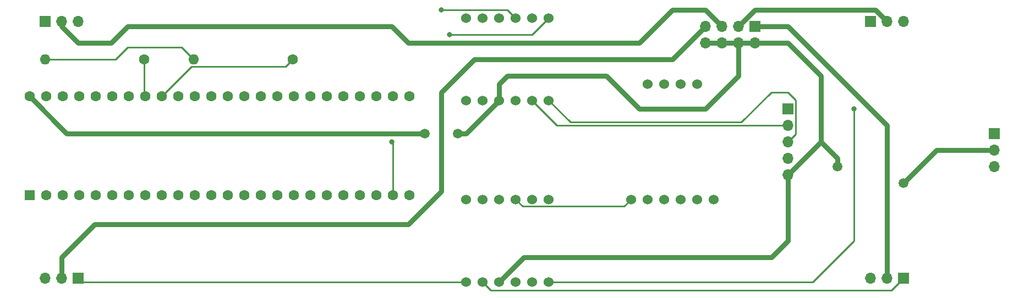
<source format=gbr>
%TF.GenerationSoftware,KiCad,Pcbnew,6.0.6-3a73a75311~116~ubuntu20.04.1*%
%TF.CreationDate,2022-07-09T15:41:22-04:00*%
%TF.ProjectId,flight_controller,666c6967-6874-45f6-936f-6e74726f6c6c,rev?*%
%TF.SameCoordinates,Original*%
%TF.FileFunction,Copper,L1,Top*%
%TF.FilePolarity,Positive*%
%FSLAX46Y46*%
G04 Gerber Fmt 4.6, Leading zero omitted, Abs format (unit mm)*
G04 Created by KiCad (PCBNEW 6.0.6-3a73a75311~116~ubuntu20.04.1) date 2022-07-09 15:41:22*
%MOMM*%
%LPD*%
G01*
G04 APERTURE LIST*
%TA.AperFunction,ComponentPad*%
%ADD10R,1.700000X1.700000*%
%TD*%
%TA.AperFunction,ComponentPad*%
%ADD11O,1.700000X1.700000*%
%TD*%
%TA.AperFunction,ComponentPad*%
%ADD12C,1.524000*%
%TD*%
%TA.AperFunction,ComponentPad*%
%ADD13R,1.600000X1.600000*%
%TD*%
%TA.AperFunction,ComponentPad*%
%ADD14C,1.600000*%
%TD*%
%TA.AperFunction,ComponentPad*%
%ADD15O,1.600000X1.600000*%
%TD*%
%TA.AperFunction,ViaPad*%
%ADD16C,0.800000*%
%TD*%
%TA.AperFunction,ViaPad*%
%ADD17C,1.500000*%
%TD*%
%TA.AperFunction,Conductor*%
%ADD18C,0.250000*%
%TD*%
%TA.AperFunction,Conductor*%
%ADD19C,0.750000*%
%TD*%
G04 APERTURE END LIST*
D10*
%TO.P,J7,1,Pin_1*%
%TO.N,GND*%
X250190000Y-105425000D03*
D11*
%TO.P,J7,2,Pin_2*%
%TO.N,5V_VIN*%
X250190000Y-107965000D03*
%TO.P,J7,3,Pin_3*%
%TO.N,iA6b_motors*%
X250190000Y-110505000D03*
%TD*%
D10*
%TO.P,J5,1,Pin_1*%
%TO.N,MOTOR_BR*%
X109205000Y-127705000D03*
D11*
%TO.P,J5,2,Pin_2*%
%TO.N,VIN_BR*%
X106665000Y-127705000D03*
%TO.P,J5,3,Pin_3*%
%TO.N,GND*%
X104125000Y-127705000D03*
%TD*%
D12*
%TO.P,A1,1,VIN*%
%TO.N,3.3V*%
X194310000Y-115570000D03*
%TO.P,A1,2,3VO*%
%TO.N,unconnected-(A1-Pad2)*%
X196850000Y-115570000D03*
%TO.P,A1,3,GND*%
%TO.N,GND*%
X199390000Y-115570000D03*
%TO.P,A1,4,SDA*%
%TO.N,Net-(A1-Pad4)*%
X201930000Y-115570000D03*
%TO.P,A1,5,SCL*%
%TO.N,Net-(A1-Pad5)*%
X204470000Y-115570000D03*
%TO.P,A1,6,RST*%
%TO.N,unconnected-(A1-Pad6)*%
X207010000Y-115570000D03*
%TO.P,A1,7,ADR*%
%TO.N,unconnected-(A1-Pad7)*%
X204470000Y-97790000D03*
%TO.P,A1,8,INT*%
%TO.N,unconnected-(A1-Pad8)*%
X201930000Y-97790000D03*
%TO.P,A1,9,PS1*%
%TO.N,unconnected-(A1-Pad9)*%
X199390000Y-97790000D03*
%TO.P,A1,10,PS0*%
%TO.N,unconnected-(A1-Pad10)*%
X196850000Y-97790000D03*
%TD*%
D13*
%TO.P,U1,1,GND*%
%TO.N,GND*%
X101735000Y-114950000D03*
D14*
%TO.P,U1,2,0_RX1_MOSI1_TOUCH*%
%TO.N,unconnected-(U1-Pad2)*%
X104275000Y-114950000D03*
%TO.P,U1,3,1_TX1_MISO1_TOUCH*%
%TO.N,unconnected-(U1-Pad3)*%
X106815000Y-114950000D03*
%TO.P,U1,4,2_PWM*%
%TO.N,unconnected-(U1-Pad4)*%
X109355000Y-114950000D03*
%TO.P,U1,5,3_PWM_CAN0TX_SCL2*%
%TO.N,unconnected-(U1-Pad5)*%
X111895000Y-114950000D03*
%TO.P,U1,6,4_PWM_CAN0RX_SDA2*%
%TO.N,unconnected-(U1-Pad6)*%
X114435000Y-114950000D03*
%TO.P,U1,7,5_PWM_TX1_MISO1*%
%TO.N,unconnected-(U1-Pad7)*%
X116975000Y-114950000D03*
%TO.P,U1,8,6_PWM*%
%TO.N,unconnected-(U1-Pad8)*%
X119515000Y-114950000D03*
%TO.P,U1,9,7_RX3_MISO0_SCL0*%
%TO.N,unconnected-(U1-Pad9)*%
X122055000Y-114950000D03*
%TO.P,U1,10,8_TX3_MISO0_SDA0*%
%TO.N,unconnected-(U1-Pad10)*%
X124595000Y-114950000D03*
%TO.P,U1,11,9_PWM_RX2_CS0*%
%TO.N,unconnected-(U1-Pad11)*%
X127135000Y-114950000D03*
%TO.P,U1,12,10_PWM_TX2_CS0*%
%TO.N,unconnected-(U1-Pad12)*%
X129675000Y-114950000D03*
%TO.P,U1,13,11_MOSI0*%
%TO.N,unconnected-(U1-Pad13)*%
X132215000Y-114950000D03*
%TO.P,U1,14,12_MISO0*%
%TO.N,unconnected-(U1-Pad14)*%
X134755000Y-114950000D03*
%TO.P,U1,15,3.3V*%
%TO.N,unconnected-(U1-Pad15)*%
X137295000Y-114950000D03*
%TO.P,U1,16,24*%
%TO.N,unconnected-(U1-Pad16)*%
X139835000Y-114950000D03*
%TO.P,U1,17,25*%
%TO.N,unconnected-(U1-Pad17)*%
X142375000Y-114950000D03*
%TO.P,U1,18,26_TX1*%
%TO.N,unconnected-(U1-Pad18)*%
X144915000Y-114950000D03*
%TO.P,U1,19,27_RX1*%
%TO.N,unconnected-(U1-Pad19)*%
X147455000Y-114950000D03*
%TO.P,U1,20,28*%
%TO.N,unconnected-(U1-Pad20)*%
X149995000Y-114950000D03*
%TO.P,U1,21,29_PWM_CAN0TX_TOUCH*%
%TO.N,unconnected-(U1-Pad21)*%
X152535000Y-114950000D03*
%TO.P,U1,22,30_PWM_CAN0RX_TOUCH*%
%TO.N,unconnected-(U1-Pad22)*%
X155075000Y-114950000D03*
%TO.P,U1,23,31_A12_RX4_CS1*%
%TO.N,RX4*%
X157615000Y-114950000D03*
%TO.P,U1,24,32_A13_TX4_SCK1*%
%TO.N,TX4*%
X160155000Y-114950000D03*
%TO.P,U1,30,33_A14_TX5_CAN1TX_SCL0*%
%TO.N,TX5*%
X160155000Y-99710000D03*
%TO.P,U1,31,34_A15_RX5_CAN1RX_SDA0*%
%TO.N,RX5*%
X157615000Y-99710000D03*
%TO.P,U1,32,35_A16_PWM*%
%TO.N,unconnected-(U1-Pad32)*%
X155075000Y-99710000D03*
%TO.P,U1,33,36_A17_PWM*%
%TO.N,unconnected-(U1-Pad33)*%
X152535000Y-99710000D03*
%TO.P,U1,34,37_A18_PWM_SCL1*%
%TO.N,unconnected-(U1-Pad34)*%
X149995000Y-99710000D03*
%TO.P,U1,35,38_A19_PWM_SDA1*%
%TO.N,unconnected-(U1-Pad35)*%
X147455000Y-99710000D03*
%TO.P,U1,36,39_A20*%
%TO.N,unconnected-(U1-Pad36)*%
X144915000Y-99710000D03*
%TO.P,U1,37,A21_DAC0*%
%TO.N,unconnected-(U1-Pad37)*%
X142375000Y-99710000D03*
%TO.P,U1,38,A22_DAC1*%
%TO.N,unconnected-(U1-Pad38)*%
X139835000Y-99710000D03*
%TO.P,U1,39,GND*%
%TO.N,GND*%
X137295000Y-99710000D03*
%TO.P,U1,40,13_SCK0_LED*%
%TO.N,unconnected-(U1-Pad40)*%
X134755000Y-99710000D03*
%TO.P,U1,41,14_A0_PWM_SCK0*%
%TO.N,unconnected-(U1-Pad41)*%
X132215000Y-99710000D03*
%TO.P,U1,42,15_A1_CS0_TOUCH*%
%TO.N,unconnected-(U1-Pad42)*%
X129675000Y-99710000D03*
%TO.P,U1,43,16_A2_SCL0_TOUCH*%
%TO.N,unconnected-(U1-Pad43)*%
X127135000Y-99710000D03*
%TO.P,U1,44,17_A3_SDA0_TOUCH*%
%TO.N,unconnected-(U1-Pad44)*%
X124595000Y-99710000D03*
%TO.P,U1,45,18_A4_SDA0_TOUCH*%
%TO.N,Net-(A1-Pad4)*%
X122055000Y-99710000D03*
%TO.P,U1,46,19_A5_SCL0_TOUCH*%
%TO.N,Net-(A1-Pad5)*%
X119515000Y-99710000D03*
%TO.P,U1,47,20_A6_PWM_CS0_SCK1*%
%TO.N,A6*%
X116975000Y-99710000D03*
%TO.P,U1,48,21_A7_PWM_CS0_SCK1*%
%TO.N,A7*%
X114435000Y-99710000D03*
%TO.P,U1,49,22_A8_PWM_TOUCH*%
%TO.N,A8*%
X111895000Y-99710000D03*
%TO.P,U1,50,23_A9_PWM_TOUCH*%
%TO.N,A9*%
X109355000Y-99710000D03*
%TO.P,U1,51,3.3V*%
%TO.N,unconnected-(U1-Pad51)*%
X106815000Y-99710000D03*
%TO.P,U1,52,AGND*%
%TO.N,unconnected-(U1-Pad52)*%
X104275000Y-99710000D03*
%TO.P,U1,53,VIN*%
%TO.N,5V_VIN*%
X101735000Y-99710000D03*
%TD*%
D10*
%TO.P,J3,1,Pin_1*%
%TO.N,MOTOR_BL*%
X104155000Y-88195000D03*
D11*
%TO.P,J3,2,Pin_2*%
%TO.N,VIN_BL*%
X106695000Y-88195000D03*
%TO.P,J3,3,Pin_3*%
%TO.N,GND*%
X109235000Y-88195000D03*
%TD*%
D12*
%TO.P,U2,1,LV1*%
%TO.N,A6*%
X181610000Y-115570000D03*
%TO.P,U2,2,LV2*%
%TO.N,A7*%
X179070000Y-115570000D03*
%TO.P,U2,3,LV*%
%TO.N,3.3V*%
X176530000Y-115570000D03*
%TO.P,U2,4,GND*%
%TO.N,GND*%
X173990000Y-115570000D03*
%TO.P,U2,5,LV3*%
%TO.N,A8*%
X171450000Y-115570000D03*
%TO.P,U2,6,LV4*%
%TO.N,A9*%
X168910000Y-115570000D03*
%TO.P,U2,7,HV4*%
%TO.N,MOTOR_FL*%
X181610000Y-128270000D03*
%TO.P,U2,8,HV3*%
%TO.N,MOTOR_BL*%
X179070000Y-128270000D03*
%TO.P,U2,9,GND*%
%TO.N,GND*%
X176530000Y-128270000D03*
%TO.P,U2,10,HV*%
%TO.N,5V_VIN*%
X173990000Y-128270000D03*
%TO.P,U2,11,HV2*%
%TO.N,MOTOR_FR*%
X171450000Y-128270000D03*
%TO.P,U2,12,HV1*%
%TO.N,MOTOR_BR*%
X168910000Y-128270000D03*
%TD*%
D14*
%TO.P,R2,1*%
%TO.N,Net-(A1-Pad4)*%
X142240000Y-93980000D03*
D15*
%TO.P,R2,2*%
%TO.N,3.3V*%
X127000000Y-93980000D03*
%TD*%
D10*
%TO.P,J2,1,Pin_1*%
%TO.N,MOTOR_FL*%
X231155000Y-88195000D03*
D11*
%TO.P,J2,2,Pin_2*%
%TO.N,VIN_FL*%
X233695000Y-88195000D03*
%TO.P,J2,3,Pin_3*%
%TO.N,GND*%
X236235000Y-88195000D03*
%TD*%
D10*
%TO.P,J4,1,Pin_1*%
%TO.N,MOTOR_FR*%
X236205000Y-127705000D03*
D11*
%TO.P,J4,2,Pin_2*%
%TO.N,VIN_FR*%
X233665000Y-127705000D03*
%TO.P,J4,3,Pin_3*%
%TO.N,GND*%
X231125000Y-127705000D03*
%TD*%
D10*
%TO.P,J1,1,Pin_1*%
%TO.N,VIN_FR*%
X213350000Y-88895000D03*
D11*
%TO.P,J1,2,Pin_2*%
%TO.N,5V_VIN*%
X213350000Y-91435000D03*
%TO.P,J1,3,Pin_3*%
%TO.N,VIN_FL*%
X210810000Y-88895000D03*
%TO.P,J1,4,Pin_4*%
%TO.N,5V_VIN*%
X210810000Y-91435000D03*
%TO.P,J1,5,Pin_5*%
%TO.N,VIN_BL*%
X208270000Y-88895000D03*
%TO.P,J1,6,Pin_6*%
%TO.N,5V_VIN*%
X208270000Y-91435000D03*
%TO.P,J1,7,Pin_7*%
%TO.N,VIN_BR*%
X205730000Y-88895000D03*
%TO.P,J1,8,Pin_8*%
%TO.N,5V_VIN*%
X205730000Y-91435000D03*
%TD*%
D12*
%TO.P,U3,1,LV1*%
%TO.N,RX4*%
X181610000Y-87630000D03*
%TO.P,U3,2,LV2*%
%TO.N,unconnected-(U3-Pad2)*%
X179070000Y-87630000D03*
%TO.P,U3,3,LV*%
%TO.N,3.3V*%
X176530000Y-87630000D03*
%TO.P,U3,4,GND*%
%TO.N,GND*%
X173990000Y-87630000D03*
%TO.P,U3,5,LV3*%
%TO.N,RX5*%
X171450000Y-87630000D03*
%TO.P,U3,6,LV4*%
%TO.N,TX5*%
X168910000Y-87630000D03*
%TO.P,U3,7,HV4*%
%TO.N,GPS_RX*%
X181610000Y-100330000D03*
%TO.P,U3,8,HV3*%
%TO.N,GPS_TX*%
X179070000Y-100330000D03*
%TO.P,U3,9,GND*%
%TO.N,GND*%
X176530000Y-100330000D03*
%TO.P,U3,10,HV*%
%TO.N,5V_VIN*%
X173990000Y-100330000D03*
%TO.P,U3,11,HV2*%
%TO.N,unconnected-(U3-Pad11)*%
X171450000Y-100330000D03*
%TO.P,U3,12,HV1*%
%TO.N,iA6b_motors*%
X168910000Y-100330000D03*
%TD*%
D10*
%TO.P,J6,1,Pin_1*%
%TO.N,unconnected-(J6-Pad1)*%
X218440000Y-101600000D03*
D11*
%TO.P,J6,2,Pin_2*%
%TO.N,GPS_TX*%
X218440000Y-104140000D03*
%TO.P,J6,3,Pin_3*%
%TO.N,GPS_RX*%
X218440000Y-106680000D03*
%TO.P,J6,4,Pin_4*%
%TO.N,GND*%
X218440000Y-109220000D03*
%TO.P,J6,5,Pin_5*%
%TO.N,5V_VIN*%
X218440000Y-111760000D03*
%TD*%
D14*
%TO.P,R1,1*%
%TO.N,Net-(A1-Pad5)*%
X119380000Y-93980000D03*
D15*
%TO.P,R1,2*%
%TO.N,3.3V*%
X104140000Y-93980000D03*
%TD*%
D16*
%TO.N,3.3V*%
X165100000Y-86360000D03*
D17*
%TO.N,5V_VIN*%
X226060000Y-110490000D03*
X167640000Y-105410000D03*
X236220000Y-113030000D03*
X162560000Y-105410000D03*
D16*
%TO.N,MOTOR_FL*%
X228600000Y-101600000D03*
%TO.N,RX4*%
X157480000Y-106680000D03*
X166370000Y-90170000D03*
%TD*%
D18*
%TO.N,3.3V*%
X165100000Y-86360000D02*
X175260000Y-86360000D01*
X125160000Y-92140000D02*
X127000000Y-93980000D01*
X116840000Y-92140000D02*
X125160000Y-92140000D01*
X175260000Y-86360000D02*
X176530000Y-87630000D01*
X115000000Y-93980000D02*
X116840000Y-92140000D01*
X104140000Y-93980000D02*
X115000000Y-93980000D01*
X177617000Y-116657000D02*
X193223000Y-116657000D01*
X176530000Y-115570000D02*
X177617000Y-116657000D01*
X193223000Y-116657000D02*
X194310000Y-115570000D01*
%TO.N,Net-(A1-Pad4)*%
X142240000Y-93980000D02*
X141115000Y-95105000D01*
X126660000Y-95105000D02*
X122055000Y-99710000D01*
X141115000Y-95105000D02*
X126660000Y-95105000D01*
%TO.N,Net-(A1-Pad5)*%
X119380000Y-99575000D02*
X119515000Y-99710000D01*
X119380000Y-93980000D02*
X119380000Y-99575000D01*
D19*
%TO.N,VIN_FL*%
X233695000Y-88195000D02*
X231860000Y-86360000D01*
X231860000Y-86360000D02*
X213345000Y-86360000D01*
X213345000Y-86360000D02*
X210810000Y-88895000D01*
%TO.N,5V_VIN*%
X241285000Y-107965000D02*
X236220000Y-113030000D01*
X213350000Y-91435000D02*
X210810000Y-91435000D01*
X173990000Y-100330000D02*
X173990000Y-97790000D01*
X218440000Y-111760000D02*
X218440000Y-121920000D01*
X210810000Y-91435000D02*
X208270000Y-91435000D01*
X223520000Y-106680000D02*
X223520000Y-96520000D01*
X218440000Y-111760000D02*
X223520000Y-106680000D01*
X218435000Y-91435000D02*
X213350000Y-91435000D01*
X218440000Y-121920000D02*
X215900000Y-124460000D01*
X175260000Y-96520000D02*
X190500000Y-96520000D01*
X250190000Y-107965000D02*
X241285000Y-107965000D01*
X226060000Y-109220000D02*
X223520000Y-106680000D01*
X210820000Y-96520000D02*
X210810000Y-96510000D01*
X195580000Y-101600000D02*
X205740000Y-101600000D01*
X107435000Y-105410000D02*
X162560000Y-105410000D01*
X173990000Y-97790000D02*
X175260000Y-96520000D01*
X205740000Y-101600000D02*
X210820000Y-96520000D01*
X215900000Y-124460000D02*
X177800000Y-124460000D01*
X167640000Y-105410000D02*
X168910000Y-105410000D01*
X177800000Y-124460000D02*
X173990000Y-128270000D01*
X208270000Y-91435000D02*
X205730000Y-91435000D01*
X226060000Y-110490000D02*
X226060000Y-109220000D01*
X223520000Y-96520000D02*
X218435000Y-91435000D01*
X210810000Y-96510000D02*
X210810000Y-91435000D01*
X101735000Y-99710000D02*
X107435000Y-105410000D01*
X190500000Y-96520000D02*
X195580000Y-101600000D01*
X168910000Y-105410000D02*
X173990000Y-100330000D01*
%TO.N,VIN_BL*%
X205735000Y-86360000D02*
X201930000Y-86360000D01*
X114300000Y-91440000D02*
X116840000Y-88900000D01*
X116840000Y-88900000D02*
X157480000Y-88900000D01*
X208270000Y-88895000D02*
X205735000Y-86360000D01*
X198120000Y-88900000D02*
X195580000Y-91440000D01*
X160020000Y-91440000D02*
X195580000Y-91440000D01*
X157480000Y-88900000D02*
X160020000Y-91440000D01*
X109220000Y-91440000D02*
X114300000Y-91440000D01*
X106680000Y-88210000D02*
X106695000Y-88195000D01*
X109220000Y-91440000D02*
X106680000Y-88900000D01*
X200660000Y-86360000D02*
X198120000Y-88900000D01*
X201930000Y-86360000D02*
X200660000Y-86360000D01*
X106680000Y-88900000D02*
X106680000Y-88210000D01*
%TO.N,VIN_FR*%
X233680000Y-127690000D02*
X233665000Y-127705000D01*
X213350000Y-88895000D02*
X218435000Y-88895000D01*
X233680000Y-104140000D02*
X233680000Y-127690000D01*
X220980000Y-91440000D02*
X233680000Y-104140000D01*
X218435000Y-88895000D02*
X220980000Y-91440000D01*
%TO.N,VIN_BR*%
X170180000Y-93980000D02*
X165100000Y-99060000D01*
X205730000Y-88895000D02*
X200645000Y-93980000D01*
X200645000Y-93980000D02*
X195580000Y-93980000D01*
X165100000Y-99060000D02*
X165100000Y-114300000D01*
X160020000Y-119380000D02*
X111760000Y-119380000D01*
X165100000Y-114300000D02*
X160020000Y-119380000D01*
X195580000Y-93980000D02*
X170180000Y-93980000D01*
X106665000Y-124475000D02*
X106665000Y-127705000D01*
X111760000Y-119380000D02*
X106665000Y-124475000D01*
D18*
%TO.N,MOTOR_FL*%
X228600000Y-121920000D02*
X228600000Y-104140000D01*
X181610000Y-128270000D02*
X222250000Y-128270000D01*
X222250000Y-128270000D02*
X228600000Y-121920000D01*
X228600000Y-104140000D02*
X228600000Y-101600000D01*
%TO.N,MOTOR_FR*%
X234370000Y-129540000D02*
X236205000Y-127705000D01*
X171450000Y-128270000D02*
X172720000Y-129540000D01*
X172720000Y-129540000D02*
X234370000Y-129540000D01*
%TO.N,MOTOR_BR*%
X109770000Y-128270000D02*
X109205000Y-127705000D01*
X168910000Y-128270000D02*
X109770000Y-128270000D01*
%TO.N,RX4*%
X179070000Y-90170000D02*
X181610000Y-87630000D01*
X157615000Y-106815000D02*
X157480000Y-106680000D01*
X166370000Y-90170000D02*
X179070000Y-90170000D01*
X157615000Y-114950000D02*
X157615000Y-106815000D01*
%TO.N,GPS_TX*%
X182880000Y-104140000D02*
X179070000Y-100330000D01*
X218440000Y-104140000D02*
X182880000Y-104140000D01*
%TO.N,GPS_RX*%
X218440000Y-106680000D02*
X219615000Y-105505000D01*
X219615000Y-105505000D02*
X219615000Y-100243556D01*
X211270000Y-103690000D02*
X184970000Y-103690000D01*
X215900000Y-99060000D02*
X211270000Y-103690000D01*
X219615000Y-100243556D02*
X218431444Y-99060000D01*
X184970000Y-103690000D02*
X181610000Y-100330000D01*
X218431444Y-99060000D02*
X215900000Y-99060000D01*
%TD*%
M02*

</source>
